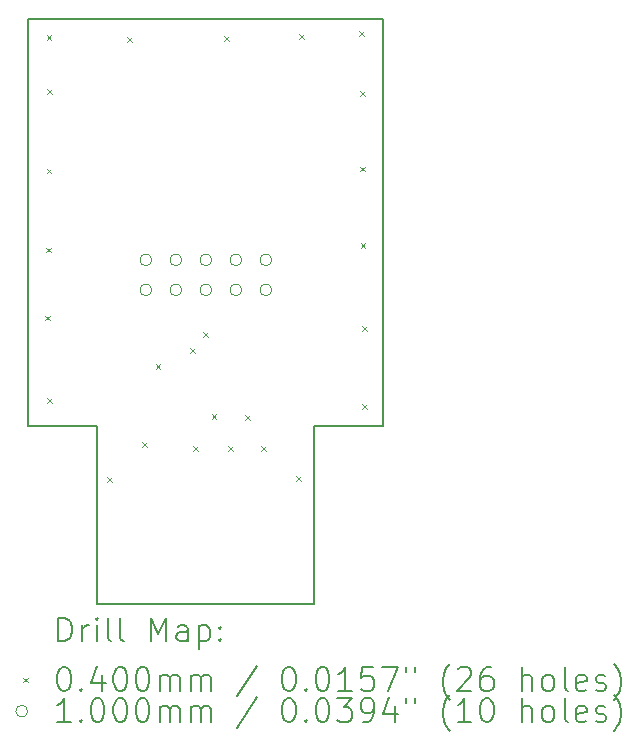
<source format=gbr>
%TF.GenerationSoftware,KiCad,Pcbnew,7.0.7*%
%TF.CreationDate,2024-03-02T19:00:13-05:00*%
%TF.ProjectId,BBAMemCardPCB,4242414d-656d-4436-9172-645043422e6b,rev?*%
%TF.SameCoordinates,Original*%
%TF.FileFunction,Drillmap*%
%TF.FilePolarity,Positive*%
%FSLAX45Y45*%
G04 Gerber Fmt 4.5, Leading zero omitted, Abs format (unit mm)*
G04 Created by KiCad (PCBNEW 7.0.7) date 2024-03-02 19:00:13*
%MOMM*%
%LPD*%
G01*
G04 APERTURE LIST*
%ADD10C,0.127000*%
%ADD11C,0.200000*%
%ADD12C,0.040000*%
%ADD13C,0.100000*%
G04 APERTURE END LIST*
D10*
X15419070Y-7331964D02*
X12419076Y-7331964D01*
X14839188Y-10782046D02*
X15419070Y-10782046D01*
X15419070Y-10782046D02*
X15419070Y-7331964D01*
X12999212Y-12285980D02*
X14839188Y-12285980D01*
X12419076Y-10782046D02*
X12999212Y-10782046D01*
X12999212Y-10782046D02*
X12999212Y-12285980D01*
X14839188Y-12285980D02*
X14839188Y-10782046D01*
X12419076Y-7331964D02*
X12419076Y-10782046D01*
D11*
D12*
X12563160Y-9847900D02*
X12603160Y-9887900D01*
X12603160Y-9847900D02*
X12563160Y-9887900D01*
X12568240Y-9271320D02*
X12608240Y-9311320D01*
X12608240Y-9271320D02*
X12568240Y-9311320D01*
X12573320Y-7470460D02*
X12613320Y-7510460D01*
X12613320Y-7470460D02*
X12573320Y-7510460D01*
X12573320Y-8603300D02*
X12613320Y-8643300D01*
X12613320Y-8603300D02*
X12573320Y-8643300D01*
X12578400Y-7932740D02*
X12618400Y-7972740D01*
X12618400Y-7932740D02*
X12578400Y-7972740D01*
X12578400Y-10548940D02*
X12618400Y-10588940D01*
X12618400Y-10548940D02*
X12578400Y-10588940D01*
X13088940Y-11214420D02*
X13128940Y-11254420D01*
X13128940Y-11214420D02*
X13088940Y-11254420D01*
X13254040Y-7490780D02*
X13294040Y-7530780D01*
X13294040Y-7490780D02*
X13254040Y-7530780D01*
X13383580Y-10917240D02*
X13423580Y-10957240D01*
X13423580Y-10917240D02*
X13383580Y-10957240D01*
X13497880Y-10259380D02*
X13537880Y-10299380D01*
X13537880Y-10259380D02*
X13497880Y-10299380D01*
X13789980Y-10122220D02*
X13829980Y-10162220D01*
X13829980Y-10122220D02*
X13789980Y-10162220D01*
X13815380Y-10955340D02*
X13855380Y-10995340D01*
X13855380Y-10955340D02*
X13815380Y-10995340D01*
X13899200Y-9985060D02*
X13939200Y-10025060D01*
X13939200Y-9985060D02*
X13899200Y-10025060D01*
X13970320Y-10681020D02*
X14010320Y-10721020D01*
X14010320Y-10681020D02*
X13970320Y-10721020D01*
X14079540Y-7480620D02*
X14119540Y-7520620D01*
X14119540Y-7480620D02*
X14079540Y-7520620D01*
X14109800Y-10952800D02*
X14149800Y-10992800D01*
X14149800Y-10952800D02*
X14109800Y-10992800D01*
X14252260Y-10691180D02*
X14292260Y-10731180D01*
X14292260Y-10691180D02*
X14252260Y-10731180D01*
X14389420Y-10950260D02*
X14429420Y-10990260D01*
X14429420Y-10950260D02*
X14389420Y-10990260D01*
X14689140Y-11209340D02*
X14729140Y-11249340D01*
X14729140Y-11209340D02*
X14689140Y-11249340D01*
X14709460Y-7465380D02*
X14749460Y-7505380D01*
X14749460Y-7465380D02*
X14709460Y-7505380D01*
X15222540Y-7439980D02*
X15262540Y-7479980D01*
X15262540Y-7439980D02*
X15222540Y-7479980D01*
X15227620Y-7947980D02*
X15267620Y-7987980D01*
X15267620Y-7947980D02*
X15227620Y-7987980D01*
X15227620Y-8585520D02*
X15267620Y-8625520D01*
X15267620Y-8585520D02*
X15227620Y-8625520D01*
X15232700Y-9235760D02*
X15272700Y-9275760D01*
X15272700Y-9235760D02*
X15232700Y-9275760D01*
X15242860Y-9936800D02*
X15282860Y-9976800D01*
X15282860Y-9936800D02*
X15242860Y-9976800D01*
X15242860Y-10597200D02*
X15282860Y-10637200D01*
X15282860Y-10597200D02*
X15242860Y-10637200D01*
D13*
X13463740Y-9375800D02*
G75*
G03*
X13463740Y-9375800I-50000J0D01*
G01*
X13463740Y-9629800D02*
G75*
G03*
X13463740Y-9629800I-50000J0D01*
G01*
X13717740Y-9375800D02*
G75*
G03*
X13717740Y-9375800I-50000J0D01*
G01*
X13717740Y-9629800D02*
G75*
G03*
X13717740Y-9629800I-50000J0D01*
G01*
X13971740Y-9375800D02*
G75*
G03*
X13971740Y-9375800I-50000J0D01*
G01*
X13971740Y-9629800D02*
G75*
G03*
X13971740Y-9629800I-50000J0D01*
G01*
X14225740Y-9375800D02*
G75*
G03*
X14225740Y-9375800I-50000J0D01*
G01*
X14225740Y-9629800D02*
G75*
G03*
X14225740Y-9629800I-50000J0D01*
G01*
X14479740Y-9375800D02*
G75*
G03*
X14479740Y-9375800I-50000J0D01*
G01*
X14479740Y-9629800D02*
G75*
G03*
X14479740Y-9629800I-50000J0D01*
G01*
D11*
X12673503Y-12603814D02*
X12673503Y-12403814D01*
X12673503Y-12403814D02*
X12721122Y-12403814D01*
X12721122Y-12403814D02*
X12749693Y-12413338D01*
X12749693Y-12413338D02*
X12768741Y-12432385D01*
X12768741Y-12432385D02*
X12778265Y-12451433D01*
X12778265Y-12451433D02*
X12787788Y-12489528D01*
X12787788Y-12489528D02*
X12787788Y-12518099D01*
X12787788Y-12518099D02*
X12778265Y-12556195D01*
X12778265Y-12556195D02*
X12768741Y-12575242D01*
X12768741Y-12575242D02*
X12749693Y-12594290D01*
X12749693Y-12594290D02*
X12721122Y-12603814D01*
X12721122Y-12603814D02*
X12673503Y-12603814D01*
X12873503Y-12603814D02*
X12873503Y-12470480D01*
X12873503Y-12508576D02*
X12883027Y-12489528D01*
X12883027Y-12489528D02*
X12892550Y-12480004D01*
X12892550Y-12480004D02*
X12911598Y-12470480D01*
X12911598Y-12470480D02*
X12930646Y-12470480D01*
X12997312Y-12603814D02*
X12997312Y-12470480D01*
X12997312Y-12403814D02*
X12987788Y-12413338D01*
X12987788Y-12413338D02*
X12997312Y-12422861D01*
X12997312Y-12422861D02*
X13006836Y-12413338D01*
X13006836Y-12413338D02*
X12997312Y-12403814D01*
X12997312Y-12403814D02*
X12997312Y-12422861D01*
X13121122Y-12603814D02*
X13102074Y-12594290D01*
X13102074Y-12594290D02*
X13092550Y-12575242D01*
X13092550Y-12575242D02*
X13092550Y-12403814D01*
X13225884Y-12603814D02*
X13206836Y-12594290D01*
X13206836Y-12594290D02*
X13197312Y-12575242D01*
X13197312Y-12575242D02*
X13197312Y-12403814D01*
X13454455Y-12603814D02*
X13454455Y-12403814D01*
X13454455Y-12403814D02*
X13521122Y-12546671D01*
X13521122Y-12546671D02*
X13587788Y-12403814D01*
X13587788Y-12403814D02*
X13587788Y-12603814D01*
X13768741Y-12603814D02*
X13768741Y-12499052D01*
X13768741Y-12499052D02*
X13759217Y-12480004D01*
X13759217Y-12480004D02*
X13740169Y-12470480D01*
X13740169Y-12470480D02*
X13702074Y-12470480D01*
X13702074Y-12470480D02*
X13683027Y-12480004D01*
X13768741Y-12594290D02*
X13749693Y-12603814D01*
X13749693Y-12603814D02*
X13702074Y-12603814D01*
X13702074Y-12603814D02*
X13683027Y-12594290D01*
X13683027Y-12594290D02*
X13673503Y-12575242D01*
X13673503Y-12575242D02*
X13673503Y-12556195D01*
X13673503Y-12556195D02*
X13683027Y-12537147D01*
X13683027Y-12537147D02*
X13702074Y-12527623D01*
X13702074Y-12527623D02*
X13749693Y-12527623D01*
X13749693Y-12527623D02*
X13768741Y-12518099D01*
X13863979Y-12470480D02*
X13863979Y-12670480D01*
X13863979Y-12480004D02*
X13883027Y-12470480D01*
X13883027Y-12470480D02*
X13921122Y-12470480D01*
X13921122Y-12470480D02*
X13940169Y-12480004D01*
X13940169Y-12480004D02*
X13949693Y-12489528D01*
X13949693Y-12489528D02*
X13959217Y-12508576D01*
X13959217Y-12508576D02*
X13959217Y-12565718D01*
X13959217Y-12565718D02*
X13949693Y-12584766D01*
X13949693Y-12584766D02*
X13940169Y-12594290D01*
X13940169Y-12594290D02*
X13921122Y-12603814D01*
X13921122Y-12603814D02*
X13883027Y-12603814D01*
X13883027Y-12603814D02*
X13863979Y-12594290D01*
X14044931Y-12584766D02*
X14054455Y-12594290D01*
X14054455Y-12594290D02*
X14044931Y-12603814D01*
X14044931Y-12603814D02*
X14035408Y-12594290D01*
X14035408Y-12594290D02*
X14044931Y-12584766D01*
X14044931Y-12584766D02*
X14044931Y-12603814D01*
X14044931Y-12480004D02*
X14054455Y-12489528D01*
X14054455Y-12489528D02*
X14044931Y-12499052D01*
X14044931Y-12499052D02*
X14035408Y-12489528D01*
X14035408Y-12489528D02*
X14044931Y-12480004D01*
X14044931Y-12480004D02*
X14044931Y-12499052D01*
D12*
X12372726Y-12912330D02*
X12412726Y-12952330D01*
X12412726Y-12912330D02*
X12372726Y-12952330D01*
D11*
X12711598Y-12823814D02*
X12730646Y-12823814D01*
X12730646Y-12823814D02*
X12749693Y-12833338D01*
X12749693Y-12833338D02*
X12759217Y-12842861D01*
X12759217Y-12842861D02*
X12768741Y-12861909D01*
X12768741Y-12861909D02*
X12778265Y-12900004D01*
X12778265Y-12900004D02*
X12778265Y-12947623D01*
X12778265Y-12947623D02*
X12768741Y-12985718D01*
X12768741Y-12985718D02*
X12759217Y-13004766D01*
X12759217Y-13004766D02*
X12749693Y-13014290D01*
X12749693Y-13014290D02*
X12730646Y-13023814D01*
X12730646Y-13023814D02*
X12711598Y-13023814D01*
X12711598Y-13023814D02*
X12692550Y-13014290D01*
X12692550Y-13014290D02*
X12683027Y-13004766D01*
X12683027Y-13004766D02*
X12673503Y-12985718D01*
X12673503Y-12985718D02*
X12663979Y-12947623D01*
X12663979Y-12947623D02*
X12663979Y-12900004D01*
X12663979Y-12900004D02*
X12673503Y-12861909D01*
X12673503Y-12861909D02*
X12683027Y-12842861D01*
X12683027Y-12842861D02*
X12692550Y-12833338D01*
X12692550Y-12833338D02*
X12711598Y-12823814D01*
X12863979Y-13004766D02*
X12873503Y-13014290D01*
X12873503Y-13014290D02*
X12863979Y-13023814D01*
X12863979Y-13023814D02*
X12854455Y-13014290D01*
X12854455Y-13014290D02*
X12863979Y-13004766D01*
X12863979Y-13004766D02*
X12863979Y-13023814D01*
X13044931Y-12890480D02*
X13044931Y-13023814D01*
X12997312Y-12814290D02*
X12949693Y-12957147D01*
X12949693Y-12957147D02*
X13073503Y-12957147D01*
X13187788Y-12823814D02*
X13206836Y-12823814D01*
X13206836Y-12823814D02*
X13225884Y-12833338D01*
X13225884Y-12833338D02*
X13235408Y-12842861D01*
X13235408Y-12842861D02*
X13244931Y-12861909D01*
X13244931Y-12861909D02*
X13254455Y-12900004D01*
X13254455Y-12900004D02*
X13254455Y-12947623D01*
X13254455Y-12947623D02*
X13244931Y-12985718D01*
X13244931Y-12985718D02*
X13235408Y-13004766D01*
X13235408Y-13004766D02*
X13225884Y-13014290D01*
X13225884Y-13014290D02*
X13206836Y-13023814D01*
X13206836Y-13023814D02*
X13187788Y-13023814D01*
X13187788Y-13023814D02*
X13168741Y-13014290D01*
X13168741Y-13014290D02*
X13159217Y-13004766D01*
X13159217Y-13004766D02*
X13149693Y-12985718D01*
X13149693Y-12985718D02*
X13140169Y-12947623D01*
X13140169Y-12947623D02*
X13140169Y-12900004D01*
X13140169Y-12900004D02*
X13149693Y-12861909D01*
X13149693Y-12861909D02*
X13159217Y-12842861D01*
X13159217Y-12842861D02*
X13168741Y-12833338D01*
X13168741Y-12833338D02*
X13187788Y-12823814D01*
X13378265Y-12823814D02*
X13397312Y-12823814D01*
X13397312Y-12823814D02*
X13416360Y-12833338D01*
X13416360Y-12833338D02*
X13425884Y-12842861D01*
X13425884Y-12842861D02*
X13435408Y-12861909D01*
X13435408Y-12861909D02*
X13444931Y-12900004D01*
X13444931Y-12900004D02*
X13444931Y-12947623D01*
X13444931Y-12947623D02*
X13435408Y-12985718D01*
X13435408Y-12985718D02*
X13425884Y-13004766D01*
X13425884Y-13004766D02*
X13416360Y-13014290D01*
X13416360Y-13014290D02*
X13397312Y-13023814D01*
X13397312Y-13023814D02*
X13378265Y-13023814D01*
X13378265Y-13023814D02*
X13359217Y-13014290D01*
X13359217Y-13014290D02*
X13349693Y-13004766D01*
X13349693Y-13004766D02*
X13340169Y-12985718D01*
X13340169Y-12985718D02*
X13330646Y-12947623D01*
X13330646Y-12947623D02*
X13330646Y-12900004D01*
X13330646Y-12900004D02*
X13340169Y-12861909D01*
X13340169Y-12861909D02*
X13349693Y-12842861D01*
X13349693Y-12842861D02*
X13359217Y-12833338D01*
X13359217Y-12833338D02*
X13378265Y-12823814D01*
X13530646Y-13023814D02*
X13530646Y-12890480D01*
X13530646Y-12909528D02*
X13540169Y-12900004D01*
X13540169Y-12900004D02*
X13559217Y-12890480D01*
X13559217Y-12890480D02*
X13587789Y-12890480D01*
X13587789Y-12890480D02*
X13606836Y-12900004D01*
X13606836Y-12900004D02*
X13616360Y-12919052D01*
X13616360Y-12919052D02*
X13616360Y-13023814D01*
X13616360Y-12919052D02*
X13625884Y-12900004D01*
X13625884Y-12900004D02*
X13644931Y-12890480D01*
X13644931Y-12890480D02*
X13673503Y-12890480D01*
X13673503Y-12890480D02*
X13692550Y-12900004D01*
X13692550Y-12900004D02*
X13702074Y-12919052D01*
X13702074Y-12919052D02*
X13702074Y-13023814D01*
X13797312Y-13023814D02*
X13797312Y-12890480D01*
X13797312Y-12909528D02*
X13806836Y-12900004D01*
X13806836Y-12900004D02*
X13825884Y-12890480D01*
X13825884Y-12890480D02*
X13854455Y-12890480D01*
X13854455Y-12890480D02*
X13873503Y-12900004D01*
X13873503Y-12900004D02*
X13883027Y-12919052D01*
X13883027Y-12919052D02*
X13883027Y-13023814D01*
X13883027Y-12919052D02*
X13892550Y-12900004D01*
X13892550Y-12900004D02*
X13911598Y-12890480D01*
X13911598Y-12890480D02*
X13940169Y-12890480D01*
X13940169Y-12890480D02*
X13959217Y-12900004D01*
X13959217Y-12900004D02*
X13968741Y-12919052D01*
X13968741Y-12919052D02*
X13968741Y-13023814D01*
X14359217Y-12814290D02*
X14187789Y-13071433D01*
X14616360Y-12823814D02*
X14635408Y-12823814D01*
X14635408Y-12823814D02*
X14654455Y-12833338D01*
X14654455Y-12833338D02*
X14663979Y-12842861D01*
X14663979Y-12842861D02*
X14673503Y-12861909D01*
X14673503Y-12861909D02*
X14683027Y-12900004D01*
X14683027Y-12900004D02*
X14683027Y-12947623D01*
X14683027Y-12947623D02*
X14673503Y-12985718D01*
X14673503Y-12985718D02*
X14663979Y-13004766D01*
X14663979Y-13004766D02*
X14654455Y-13014290D01*
X14654455Y-13014290D02*
X14635408Y-13023814D01*
X14635408Y-13023814D02*
X14616360Y-13023814D01*
X14616360Y-13023814D02*
X14597312Y-13014290D01*
X14597312Y-13014290D02*
X14587789Y-13004766D01*
X14587789Y-13004766D02*
X14578265Y-12985718D01*
X14578265Y-12985718D02*
X14568741Y-12947623D01*
X14568741Y-12947623D02*
X14568741Y-12900004D01*
X14568741Y-12900004D02*
X14578265Y-12861909D01*
X14578265Y-12861909D02*
X14587789Y-12842861D01*
X14587789Y-12842861D02*
X14597312Y-12833338D01*
X14597312Y-12833338D02*
X14616360Y-12823814D01*
X14768741Y-13004766D02*
X14778265Y-13014290D01*
X14778265Y-13014290D02*
X14768741Y-13023814D01*
X14768741Y-13023814D02*
X14759217Y-13014290D01*
X14759217Y-13014290D02*
X14768741Y-13004766D01*
X14768741Y-13004766D02*
X14768741Y-13023814D01*
X14902074Y-12823814D02*
X14921122Y-12823814D01*
X14921122Y-12823814D02*
X14940170Y-12833338D01*
X14940170Y-12833338D02*
X14949693Y-12842861D01*
X14949693Y-12842861D02*
X14959217Y-12861909D01*
X14959217Y-12861909D02*
X14968741Y-12900004D01*
X14968741Y-12900004D02*
X14968741Y-12947623D01*
X14968741Y-12947623D02*
X14959217Y-12985718D01*
X14959217Y-12985718D02*
X14949693Y-13004766D01*
X14949693Y-13004766D02*
X14940170Y-13014290D01*
X14940170Y-13014290D02*
X14921122Y-13023814D01*
X14921122Y-13023814D02*
X14902074Y-13023814D01*
X14902074Y-13023814D02*
X14883027Y-13014290D01*
X14883027Y-13014290D02*
X14873503Y-13004766D01*
X14873503Y-13004766D02*
X14863979Y-12985718D01*
X14863979Y-12985718D02*
X14854455Y-12947623D01*
X14854455Y-12947623D02*
X14854455Y-12900004D01*
X14854455Y-12900004D02*
X14863979Y-12861909D01*
X14863979Y-12861909D02*
X14873503Y-12842861D01*
X14873503Y-12842861D02*
X14883027Y-12833338D01*
X14883027Y-12833338D02*
X14902074Y-12823814D01*
X15159217Y-13023814D02*
X15044932Y-13023814D01*
X15102074Y-13023814D02*
X15102074Y-12823814D01*
X15102074Y-12823814D02*
X15083027Y-12852385D01*
X15083027Y-12852385D02*
X15063979Y-12871433D01*
X15063979Y-12871433D02*
X15044932Y-12880957D01*
X15340170Y-12823814D02*
X15244932Y-12823814D01*
X15244932Y-12823814D02*
X15235408Y-12919052D01*
X15235408Y-12919052D02*
X15244932Y-12909528D01*
X15244932Y-12909528D02*
X15263979Y-12900004D01*
X15263979Y-12900004D02*
X15311598Y-12900004D01*
X15311598Y-12900004D02*
X15330646Y-12909528D01*
X15330646Y-12909528D02*
X15340170Y-12919052D01*
X15340170Y-12919052D02*
X15349693Y-12938099D01*
X15349693Y-12938099D02*
X15349693Y-12985718D01*
X15349693Y-12985718D02*
X15340170Y-13004766D01*
X15340170Y-13004766D02*
X15330646Y-13014290D01*
X15330646Y-13014290D02*
X15311598Y-13023814D01*
X15311598Y-13023814D02*
X15263979Y-13023814D01*
X15263979Y-13023814D02*
X15244932Y-13014290D01*
X15244932Y-13014290D02*
X15235408Y-13004766D01*
X15416360Y-12823814D02*
X15549693Y-12823814D01*
X15549693Y-12823814D02*
X15463979Y-13023814D01*
X15616360Y-12823814D02*
X15616360Y-12861909D01*
X15692551Y-12823814D02*
X15692551Y-12861909D01*
X15987789Y-13100004D02*
X15978265Y-13090480D01*
X15978265Y-13090480D02*
X15959217Y-13061909D01*
X15959217Y-13061909D02*
X15949694Y-13042861D01*
X15949694Y-13042861D02*
X15940170Y-13014290D01*
X15940170Y-13014290D02*
X15930646Y-12966671D01*
X15930646Y-12966671D02*
X15930646Y-12928576D01*
X15930646Y-12928576D02*
X15940170Y-12880957D01*
X15940170Y-12880957D02*
X15949694Y-12852385D01*
X15949694Y-12852385D02*
X15959217Y-12833338D01*
X15959217Y-12833338D02*
X15978265Y-12804766D01*
X15978265Y-12804766D02*
X15987789Y-12795242D01*
X16054455Y-12842861D02*
X16063979Y-12833338D01*
X16063979Y-12833338D02*
X16083027Y-12823814D01*
X16083027Y-12823814D02*
X16130646Y-12823814D01*
X16130646Y-12823814D02*
X16149694Y-12833338D01*
X16149694Y-12833338D02*
X16159217Y-12842861D01*
X16159217Y-12842861D02*
X16168741Y-12861909D01*
X16168741Y-12861909D02*
X16168741Y-12880957D01*
X16168741Y-12880957D02*
X16159217Y-12909528D01*
X16159217Y-12909528D02*
X16044932Y-13023814D01*
X16044932Y-13023814D02*
X16168741Y-13023814D01*
X16340170Y-12823814D02*
X16302074Y-12823814D01*
X16302074Y-12823814D02*
X16283027Y-12833338D01*
X16283027Y-12833338D02*
X16273503Y-12842861D01*
X16273503Y-12842861D02*
X16254455Y-12871433D01*
X16254455Y-12871433D02*
X16244932Y-12909528D01*
X16244932Y-12909528D02*
X16244932Y-12985718D01*
X16244932Y-12985718D02*
X16254455Y-13004766D01*
X16254455Y-13004766D02*
X16263979Y-13014290D01*
X16263979Y-13014290D02*
X16283027Y-13023814D01*
X16283027Y-13023814D02*
X16321122Y-13023814D01*
X16321122Y-13023814D02*
X16340170Y-13014290D01*
X16340170Y-13014290D02*
X16349694Y-13004766D01*
X16349694Y-13004766D02*
X16359217Y-12985718D01*
X16359217Y-12985718D02*
X16359217Y-12938099D01*
X16359217Y-12938099D02*
X16349694Y-12919052D01*
X16349694Y-12919052D02*
X16340170Y-12909528D01*
X16340170Y-12909528D02*
X16321122Y-12900004D01*
X16321122Y-12900004D02*
X16283027Y-12900004D01*
X16283027Y-12900004D02*
X16263979Y-12909528D01*
X16263979Y-12909528D02*
X16254455Y-12919052D01*
X16254455Y-12919052D02*
X16244932Y-12938099D01*
X16597313Y-13023814D02*
X16597313Y-12823814D01*
X16683027Y-13023814D02*
X16683027Y-12919052D01*
X16683027Y-12919052D02*
X16673503Y-12900004D01*
X16673503Y-12900004D02*
X16654456Y-12890480D01*
X16654456Y-12890480D02*
X16625884Y-12890480D01*
X16625884Y-12890480D02*
X16606836Y-12900004D01*
X16606836Y-12900004D02*
X16597313Y-12909528D01*
X16806837Y-13023814D02*
X16787789Y-13014290D01*
X16787789Y-13014290D02*
X16778265Y-13004766D01*
X16778265Y-13004766D02*
X16768741Y-12985718D01*
X16768741Y-12985718D02*
X16768741Y-12928576D01*
X16768741Y-12928576D02*
X16778265Y-12909528D01*
X16778265Y-12909528D02*
X16787789Y-12900004D01*
X16787789Y-12900004D02*
X16806837Y-12890480D01*
X16806837Y-12890480D02*
X16835408Y-12890480D01*
X16835408Y-12890480D02*
X16854456Y-12900004D01*
X16854456Y-12900004D02*
X16863979Y-12909528D01*
X16863979Y-12909528D02*
X16873503Y-12928576D01*
X16873503Y-12928576D02*
X16873503Y-12985718D01*
X16873503Y-12985718D02*
X16863979Y-13004766D01*
X16863979Y-13004766D02*
X16854456Y-13014290D01*
X16854456Y-13014290D02*
X16835408Y-13023814D01*
X16835408Y-13023814D02*
X16806837Y-13023814D01*
X16987789Y-13023814D02*
X16968741Y-13014290D01*
X16968741Y-13014290D02*
X16959218Y-12995242D01*
X16959218Y-12995242D02*
X16959218Y-12823814D01*
X17140170Y-13014290D02*
X17121122Y-13023814D01*
X17121122Y-13023814D02*
X17083027Y-13023814D01*
X17083027Y-13023814D02*
X17063979Y-13014290D01*
X17063979Y-13014290D02*
X17054456Y-12995242D01*
X17054456Y-12995242D02*
X17054456Y-12919052D01*
X17054456Y-12919052D02*
X17063979Y-12900004D01*
X17063979Y-12900004D02*
X17083027Y-12890480D01*
X17083027Y-12890480D02*
X17121122Y-12890480D01*
X17121122Y-12890480D02*
X17140170Y-12900004D01*
X17140170Y-12900004D02*
X17149694Y-12919052D01*
X17149694Y-12919052D02*
X17149694Y-12938099D01*
X17149694Y-12938099D02*
X17054456Y-12957147D01*
X17225884Y-13014290D02*
X17244932Y-13023814D01*
X17244932Y-13023814D02*
X17283027Y-13023814D01*
X17283027Y-13023814D02*
X17302075Y-13014290D01*
X17302075Y-13014290D02*
X17311599Y-12995242D01*
X17311599Y-12995242D02*
X17311599Y-12985718D01*
X17311599Y-12985718D02*
X17302075Y-12966671D01*
X17302075Y-12966671D02*
X17283027Y-12957147D01*
X17283027Y-12957147D02*
X17254456Y-12957147D01*
X17254456Y-12957147D02*
X17235408Y-12947623D01*
X17235408Y-12947623D02*
X17225884Y-12928576D01*
X17225884Y-12928576D02*
X17225884Y-12919052D01*
X17225884Y-12919052D02*
X17235408Y-12900004D01*
X17235408Y-12900004D02*
X17254456Y-12890480D01*
X17254456Y-12890480D02*
X17283027Y-12890480D01*
X17283027Y-12890480D02*
X17302075Y-12900004D01*
X17378265Y-13100004D02*
X17387789Y-13090480D01*
X17387789Y-13090480D02*
X17406837Y-13061909D01*
X17406837Y-13061909D02*
X17416360Y-13042861D01*
X17416360Y-13042861D02*
X17425884Y-13014290D01*
X17425884Y-13014290D02*
X17435408Y-12966671D01*
X17435408Y-12966671D02*
X17435408Y-12928576D01*
X17435408Y-12928576D02*
X17425884Y-12880957D01*
X17425884Y-12880957D02*
X17416360Y-12852385D01*
X17416360Y-12852385D02*
X17406837Y-12833338D01*
X17406837Y-12833338D02*
X17387789Y-12804766D01*
X17387789Y-12804766D02*
X17378265Y-12795242D01*
D13*
X12412726Y-13196330D02*
G75*
G03*
X12412726Y-13196330I-50000J0D01*
G01*
D11*
X12778265Y-13287814D02*
X12663979Y-13287814D01*
X12721122Y-13287814D02*
X12721122Y-13087814D01*
X12721122Y-13087814D02*
X12702074Y-13116385D01*
X12702074Y-13116385D02*
X12683027Y-13135433D01*
X12683027Y-13135433D02*
X12663979Y-13144957D01*
X12863979Y-13268766D02*
X12873503Y-13278290D01*
X12873503Y-13278290D02*
X12863979Y-13287814D01*
X12863979Y-13287814D02*
X12854455Y-13278290D01*
X12854455Y-13278290D02*
X12863979Y-13268766D01*
X12863979Y-13268766D02*
X12863979Y-13287814D01*
X12997312Y-13087814D02*
X13016360Y-13087814D01*
X13016360Y-13087814D02*
X13035408Y-13097338D01*
X13035408Y-13097338D02*
X13044931Y-13106861D01*
X13044931Y-13106861D02*
X13054455Y-13125909D01*
X13054455Y-13125909D02*
X13063979Y-13164004D01*
X13063979Y-13164004D02*
X13063979Y-13211623D01*
X13063979Y-13211623D02*
X13054455Y-13249718D01*
X13054455Y-13249718D02*
X13044931Y-13268766D01*
X13044931Y-13268766D02*
X13035408Y-13278290D01*
X13035408Y-13278290D02*
X13016360Y-13287814D01*
X13016360Y-13287814D02*
X12997312Y-13287814D01*
X12997312Y-13287814D02*
X12978265Y-13278290D01*
X12978265Y-13278290D02*
X12968741Y-13268766D01*
X12968741Y-13268766D02*
X12959217Y-13249718D01*
X12959217Y-13249718D02*
X12949693Y-13211623D01*
X12949693Y-13211623D02*
X12949693Y-13164004D01*
X12949693Y-13164004D02*
X12959217Y-13125909D01*
X12959217Y-13125909D02*
X12968741Y-13106861D01*
X12968741Y-13106861D02*
X12978265Y-13097338D01*
X12978265Y-13097338D02*
X12997312Y-13087814D01*
X13187788Y-13087814D02*
X13206836Y-13087814D01*
X13206836Y-13087814D02*
X13225884Y-13097338D01*
X13225884Y-13097338D02*
X13235408Y-13106861D01*
X13235408Y-13106861D02*
X13244931Y-13125909D01*
X13244931Y-13125909D02*
X13254455Y-13164004D01*
X13254455Y-13164004D02*
X13254455Y-13211623D01*
X13254455Y-13211623D02*
X13244931Y-13249718D01*
X13244931Y-13249718D02*
X13235408Y-13268766D01*
X13235408Y-13268766D02*
X13225884Y-13278290D01*
X13225884Y-13278290D02*
X13206836Y-13287814D01*
X13206836Y-13287814D02*
X13187788Y-13287814D01*
X13187788Y-13287814D02*
X13168741Y-13278290D01*
X13168741Y-13278290D02*
X13159217Y-13268766D01*
X13159217Y-13268766D02*
X13149693Y-13249718D01*
X13149693Y-13249718D02*
X13140169Y-13211623D01*
X13140169Y-13211623D02*
X13140169Y-13164004D01*
X13140169Y-13164004D02*
X13149693Y-13125909D01*
X13149693Y-13125909D02*
X13159217Y-13106861D01*
X13159217Y-13106861D02*
X13168741Y-13097338D01*
X13168741Y-13097338D02*
X13187788Y-13087814D01*
X13378265Y-13087814D02*
X13397312Y-13087814D01*
X13397312Y-13087814D02*
X13416360Y-13097338D01*
X13416360Y-13097338D02*
X13425884Y-13106861D01*
X13425884Y-13106861D02*
X13435408Y-13125909D01*
X13435408Y-13125909D02*
X13444931Y-13164004D01*
X13444931Y-13164004D02*
X13444931Y-13211623D01*
X13444931Y-13211623D02*
X13435408Y-13249718D01*
X13435408Y-13249718D02*
X13425884Y-13268766D01*
X13425884Y-13268766D02*
X13416360Y-13278290D01*
X13416360Y-13278290D02*
X13397312Y-13287814D01*
X13397312Y-13287814D02*
X13378265Y-13287814D01*
X13378265Y-13287814D02*
X13359217Y-13278290D01*
X13359217Y-13278290D02*
X13349693Y-13268766D01*
X13349693Y-13268766D02*
X13340169Y-13249718D01*
X13340169Y-13249718D02*
X13330646Y-13211623D01*
X13330646Y-13211623D02*
X13330646Y-13164004D01*
X13330646Y-13164004D02*
X13340169Y-13125909D01*
X13340169Y-13125909D02*
X13349693Y-13106861D01*
X13349693Y-13106861D02*
X13359217Y-13097338D01*
X13359217Y-13097338D02*
X13378265Y-13087814D01*
X13530646Y-13287814D02*
X13530646Y-13154480D01*
X13530646Y-13173528D02*
X13540169Y-13164004D01*
X13540169Y-13164004D02*
X13559217Y-13154480D01*
X13559217Y-13154480D02*
X13587789Y-13154480D01*
X13587789Y-13154480D02*
X13606836Y-13164004D01*
X13606836Y-13164004D02*
X13616360Y-13183052D01*
X13616360Y-13183052D02*
X13616360Y-13287814D01*
X13616360Y-13183052D02*
X13625884Y-13164004D01*
X13625884Y-13164004D02*
X13644931Y-13154480D01*
X13644931Y-13154480D02*
X13673503Y-13154480D01*
X13673503Y-13154480D02*
X13692550Y-13164004D01*
X13692550Y-13164004D02*
X13702074Y-13183052D01*
X13702074Y-13183052D02*
X13702074Y-13287814D01*
X13797312Y-13287814D02*
X13797312Y-13154480D01*
X13797312Y-13173528D02*
X13806836Y-13164004D01*
X13806836Y-13164004D02*
X13825884Y-13154480D01*
X13825884Y-13154480D02*
X13854455Y-13154480D01*
X13854455Y-13154480D02*
X13873503Y-13164004D01*
X13873503Y-13164004D02*
X13883027Y-13183052D01*
X13883027Y-13183052D02*
X13883027Y-13287814D01*
X13883027Y-13183052D02*
X13892550Y-13164004D01*
X13892550Y-13164004D02*
X13911598Y-13154480D01*
X13911598Y-13154480D02*
X13940169Y-13154480D01*
X13940169Y-13154480D02*
X13959217Y-13164004D01*
X13959217Y-13164004D02*
X13968741Y-13183052D01*
X13968741Y-13183052D02*
X13968741Y-13287814D01*
X14359217Y-13078290D02*
X14187789Y-13335433D01*
X14616360Y-13087814D02*
X14635408Y-13087814D01*
X14635408Y-13087814D02*
X14654455Y-13097338D01*
X14654455Y-13097338D02*
X14663979Y-13106861D01*
X14663979Y-13106861D02*
X14673503Y-13125909D01*
X14673503Y-13125909D02*
X14683027Y-13164004D01*
X14683027Y-13164004D02*
X14683027Y-13211623D01*
X14683027Y-13211623D02*
X14673503Y-13249718D01*
X14673503Y-13249718D02*
X14663979Y-13268766D01*
X14663979Y-13268766D02*
X14654455Y-13278290D01*
X14654455Y-13278290D02*
X14635408Y-13287814D01*
X14635408Y-13287814D02*
X14616360Y-13287814D01*
X14616360Y-13287814D02*
X14597312Y-13278290D01*
X14597312Y-13278290D02*
X14587789Y-13268766D01*
X14587789Y-13268766D02*
X14578265Y-13249718D01*
X14578265Y-13249718D02*
X14568741Y-13211623D01*
X14568741Y-13211623D02*
X14568741Y-13164004D01*
X14568741Y-13164004D02*
X14578265Y-13125909D01*
X14578265Y-13125909D02*
X14587789Y-13106861D01*
X14587789Y-13106861D02*
X14597312Y-13097338D01*
X14597312Y-13097338D02*
X14616360Y-13087814D01*
X14768741Y-13268766D02*
X14778265Y-13278290D01*
X14778265Y-13278290D02*
X14768741Y-13287814D01*
X14768741Y-13287814D02*
X14759217Y-13278290D01*
X14759217Y-13278290D02*
X14768741Y-13268766D01*
X14768741Y-13268766D02*
X14768741Y-13287814D01*
X14902074Y-13087814D02*
X14921122Y-13087814D01*
X14921122Y-13087814D02*
X14940170Y-13097338D01*
X14940170Y-13097338D02*
X14949693Y-13106861D01*
X14949693Y-13106861D02*
X14959217Y-13125909D01*
X14959217Y-13125909D02*
X14968741Y-13164004D01*
X14968741Y-13164004D02*
X14968741Y-13211623D01*
X14968741Y-13211623D02*
X14959217Y-13249718D01*
X14959217Y-13249718D02*
X14949693Y-13268766D01*
X14949693Y-13268766D02*
X14940170Y-13278290D01*
X14940170Y-13278290D02*
X14921122Y-13287814D01*
X14921122Y-13287814D02*
X14902074Y-13287814D01*
X14902074Y-13287814D02*
X14883027Y-13278290D01*
X14883027Y-13278290D02*
X14873503Y-13268766D01*
X14873503Y-13268766D02*
X14863979Y-13249718D01*
X14863979Y-13249718D02*
X14854455Y-13211623D01*
X14854455Y-13211623D02*
X14854455Y-13164004D01*
X14854455Y-13164004D02*
X14863979Y-13125909D01*
X14863979Y-13125909D02*
X14873503Y-13106861D01*
X14873503Y-13106861D02*
X14883027Y-13097338D01*
X14883027Y-13097338D02*
X14902074Y-13087814D01*
X15035408Y-13087814D02*
X15159217Y-13087814D01*
X15159217Y-13087814D02*
X15092551Y-13164004D01*
X15092551Y-13164004D02*
X15121122Y-13164004D01*
X15121122Y-13164004D02*
X15140170Y-13173528D01*
X15140170Y-13173528D02*
X15149693Y-13183052D01*
X15149693Y-13183052D02*
X15159217Y-13202099D01*
X15159217Y-13202099D02*
X15159217Y-13249718D01*
X15159217Y-13249718D02*
X15149693Y-13268766D01*
X15149693Y-13268766D02*
X15140170Y-13278290D01*
X15140170Y-13278290D02*
X15121122Y-13287814D01*
X15121122Y-13287814D02*
X15063979Y-13287814D01*
X15063979Y-13287814D02*
X15044932Y-13278290D01*
X15044932Y-13278290D02*
X15035408Y-13268766D01*
X15254455Y-13287814D02*
X15292551Y-13287814D01*
X15292551Y-13287814D02*
X15311598Y-13278290D01*
X15311598Y-13278290D02*
X15321122Y-13268766D01*
X15321122Y-13268766D02*
X15340170Y-13240195D01*
X15340170Y-13240195D02*
X15349693Y-13202099D01*
X15349693Y-13202099D02*
X15349693Y-13125909D01*
X15349693Y-13125909D02*
X15340170Y-13106861D01*
X15340170Y-13106861D02*
X15330646Y-13097338D01*
X15330646Y-13097338D02*
X15311598Y-13087814D01*
X15311598Y-13087814D02*
X15273503Y-13087814D01*
X15273503Y-13087814D02*
X15254455Y-13097338D01*
X15254455Y-13097338D02*
X15244932Y-13106861D01*
X15244932Y-13106861D02*
X15235408Y-13125909D01*
X15235408Y-13125909D02*
X15235408Y-13173528D01*
X15235408Y-13173528D02*
X15244932Y-13192576D01*
X15244932Y-13192576D02*
X15254455Y-13202099D01*
X15254455Y-13202099D02*
X15273503Y-13211623D01*
X15273503Y-13211623D02*
X15311598Y-13211623D01*
X15311598Y-13211623D02*
X15330646Y-13202099D01*
X15330646Y-13202099D02*
X15340170Y-13192576D01*
X15340170Y-13192576D02*
X15349693Y-13173528D01*
X15521122Y-13154480D02*
X15521122Y-13287814D01*
X15473503Y-13078290D02*
X15425884Y-13221147D01*
X15425884Y-13221147D02*
X15549693Y-13221147D01*
X15616360Y-13087814D02*
X15616360Y-13125909D01*
X15692551Y-13087814D02*
X15692551Y-13125909D01*
X15987789Y-13364004D02*
X15978265Y-13354480D01*
X15978265Y-13354480D02*
X15959217Y-13325909D01*
X15959217Y-13325909D02*
X15949694Y-13306861D01*
X15949694Y-13306861D02*
X15940170Y-13278290D01*
X15940170Y-13278290D02*
X15930646Y-13230671D01*
X15930646Y-13230671D02*
X15930646Y-13192576D01*
X15930646Y-13192576D02*
X15940170Y-13144957D01*
X15940170Y-13144957D02*
X15949694Y-13116385D01*
X15949694Y-13116385D02*
X15959217Y-13097338D01*
X15959217Y-13097338D02*
X15978265Y-13068766D01*
X15978265Y-13068766D02*
X15987789Y-13059242D01*
X16168741Y-13287814D02*
X16054455Y-13287814D01*
X16111598Y-13287814D02*
X16111598Y-13087814D01*
X16111598Y-13087814D02*
X16092551Y-13116385D01*
X16092551Y-13116385D02*
X16073503Y-13135433D01*
X16073503Y-13135433D02*
X16054455Y-13144957D01*
X16292551Y-13087814D02*
X16311598Y-13087814D01*
X16311598Y-13087814D02*
X16330646Y-13097338D01*
X16330646Y-13097338D02*
X16340170Y-13106861D01*
X16340170Y-13106861D02*
X16349694Y-13125909D01*
X16349694Y-13125909D02*
X16359217Y-13164004D01*
X16359217Y-13164004D02*
X16359217Y-13211623D01*
X16359217Y-13211623D02*
X16349694Y-13249718D01*
X16349694Y-13249718D02*
X16340170Y-13268766D01*
X16340170Y-13268766D02*
X16330646Y-13278290D01*
X16330646Y-13278290D02*
X16311598Y-13287814D01*
X16311598Y-13287814D02*
X16292551Y-13287814D01*
X16292551Y-13287814D02*
X16273503Y-13278290D01*
X16273503Y-13278290D02*
X16263979Y-13268766D01*
X16263979Y-13268766D02*
X16254455Y-13249718D01*
X16254455Y-13249718D02*
X16244932Y-13211623D01*
X16244932Y-13211623D02*
X16244932Y-13164004D01*
X16244932Y-13164004D02*
X16254455Y-13125909D01*
X16254455Y-13125909D02*
X16263979Y-13106861D01*
X16263979Y-13106861D02*
X16273503Y-13097338D01*
X16273503Y-13097338D02*
X16292551Y-13087814D01*
X16597313Y-13287814D02*
X16597313Y-13087814D01*
X16683027Y-13287814D02*
X16683027Y-13183052D01*
X16683027Y-13183052D02*
X16673503Y-13164004D01*
X16673503Y-13164004D02*
X16654456Y-13154480D01*
X16654456Y-13154480D02*
X16625884Y-13154480D01*
X16625884Y-13154480D02*
X16606836Y-13164004D01*
X16606836Y-13164004D02*
X16597313Y-13173528D01*
X16806837Y-13287814D02*
X16787789Y-13278290D01*
X16787789Y-13278290D02*
X16778265Y-13268766D01*
X16778265Y-13268766D02*
X16768741Y-13249718D01*
X16768741Y-13249718D02*
X16768741Y-13192576D01*
X16768741Y-13192576D02*
X16778265Y-13173528D01*
X16778265Y-13173528D02*
X16787789Y-13164004D01*
X16787789Y-13164004D02*
X16806837Y-13154480D01*
X16806837Y-13154480D02*
X16835408Y-13154480D01*
X16835408Y-13154480D02*
X16854456Y-13164004D01*
X16854456Y-13164004D02*
X16863979Y-13173528D01*
X16863979Y-13173528D02*
X16873503Y-13192576D01*
X16873503Y-13192576D02*
X16873503Y-13249718D01*
X16873503Y-13249718D02*
X16863979Y-13268766D01*
X16863979Y-13268766D02*
X16854456Y-13278290D01*
X16854456Y-13278290D02*
X16835408Y-13287814D01*
X16835408Y-13287814D02*
X16806837Y-13287814D01*
X16987789Y-13287814D02*
X16968741Y-13278290D01*
X16968741Y-13278290D02*
X16959218Y-13259242D01*
X16959218Y-13259242D02*
X16959218Y-13087814D01*
X17140170Y-13278290D02*
X17121122Y-13287814D01*
X17121122Y-13287814D02*
X17083027Y-13287814D01*
X17083027Y-13287814D02*
X17063979Y-13278290D01*
X17063979Y-13278290D02*
X17054456Y-13259242D01*
X17054456Y-13259242D02*
X17054456Y-13183052D01*
X17054456Y-13183052D02*
X17063979Y-13164004D01*
X17063979Y-13164004D02*
X17083027Y-13154480D01*
X17083027Y-13154480D02*
X17121122Y-13154480D01*
X17121122Y-13154480D02*
X17140170Y-13164004D01*
X17140170Y-13164004D02*
X17149694Y-13183052D01*
X17149694Y-13183052D02*
X17149694Y-13202099D01*
X17149694Y-13202099D02*
X17054456Y-13221147D01*
X17225884Y-13278290D02*
X17244932Y-13287814D01*
X17244932Y-13287814D02*
X17283027Y-13287814D01*
X17283027Y-13287814D02*
X17302075Y-13278290D01*
X17302075Y-13278290D02*
X17311599Y-13259242D01*
X17311599Y-13259242D02*
X17311599Y-13249718D01*
X17311599Y-13249718D02*
X17302075Y-13230671D01*
X17302075Y-13230671D02*
X17283027Y-13221147D01*
X17283027Y-13221147D02*
X17254456Y-13221147D01*
X17254456Y-13221147D02*
X17235408Y-13211623D01*
X17235408Y-13211623D02*
X17225884Y-13192576D01*
X17225884Y-13192576D02*
X17225884Y-13183052D01*
X17225884Y-13183052D02*
X17235408Y-13164004D01*
X17235408Y-13164004D02*
X17254456Y-13154480D01*
X17254456Y-13154480D02*
X17283027Y-13154480D01*
X17283027Y-13154480D02*
X17302075Y-13164004D01*
X17378265Y-13364004D02*
X17387789Y-13354480D01*
X17387789Y-13354480D02*
X17406837Y-13325909D01*
X17406837Y-13325909D02*
X17416360Y-13306861D01*
X17416360Y-13306861D02*
X17425884Y-13278290D01*
X17425884Y-13278290D02*
X17435408Y-13230671D01*
X17435408Y-13230671D02*
X17435408Y-13192576D01*
X17435408Y-13192576D02*
X17425884Y-13144957D01*
X17425884Y-13144957D02*
X17416360Y-13116385D01*
X17416360Y-13116385D02*
X17406837Y-13097338D01*
X17406837Y-13097338D02*
X17387789Y-13068766D01*
X17387789Y-13068766D02*
X17378265Y-13059242D01*
M02*

</source>
